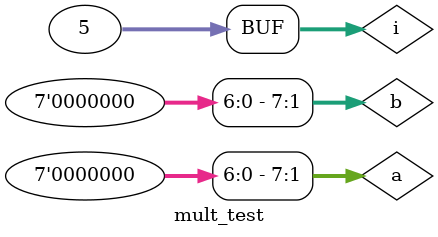
<source format=v>
module mult_test;
reg [7:0] a, b;
wire [15:0] prod;
integer i;

mult_8b m0(.a (a), .b (b), .prod (prod));

initial begin
	a <= 0;
	b <= 0;
	
	//this section loops ten times to create random test cases
	for (i = 0; i < 5; i = i + 1) begin
		#10 a <= $random;
		    b <= $random;
	end
end
initial begin
	$monitor ("%t | a = %b | b = %b | prod = %b", $time, a, b, prod);
	$dumpfile("mult8b.vcd");
	$dumpvars();
	$display("\t\ttime");
end
endmodule
		

</source>
